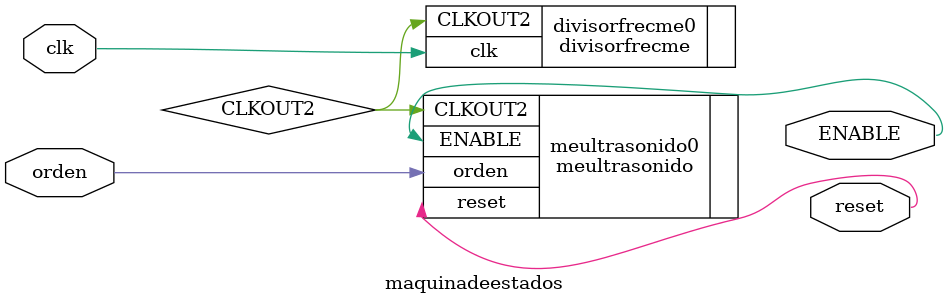
<source format=v>
module  maquinadeestados  (
                                  input   clk,
                                  input   orden,
                                  output  ENABLE,
                                  output  reset
                           );
meultrasonido meultrasonido0    (
                                  .reset    ( reset   ),
                                  .ENABLE   ( ENABLE  ),
                                  .CLKOUT2  ( CLKOUT2 ),
                                  .orden    ( orden   )
                                );

divisorfrecme divisorfrecme0    (
                                  .clk      ( clk     ),
                                  .CLKOUT2  ( CLKOUT2 )
                                );
endmodule

</source>
